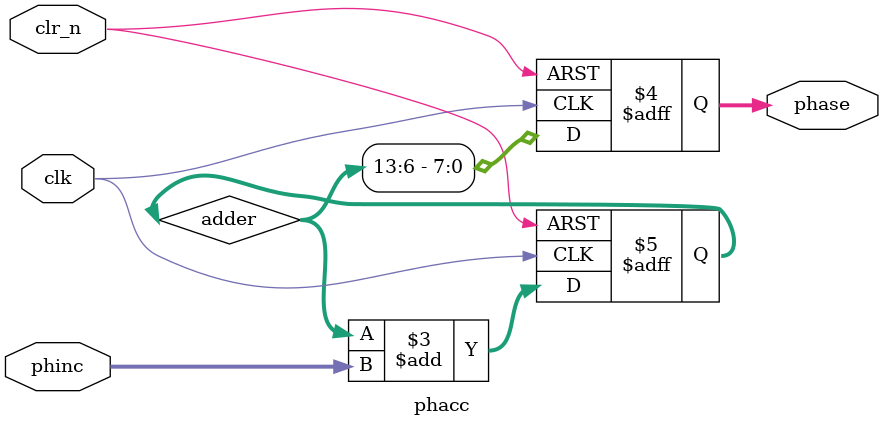
<source format=v>
 

module phacc#(
	 parameter WIDTH = 14
)
(
	 input clk,clr_n,
	 input [7:0] phinc,
	 output reg [7:0] phase 
); 
  
  reg [WIDTH-1:0] adder;

  always @(posedge clk or negedge clr_n)
    begin
      if (!clr_n) begin
			adder = 0;
			phase = 0; end
      else begin
			adder <= adder + phinc;
			phase <= adder[WIDTH-1:WIDTH-1-7];  end
    end
endmodule


</source>
